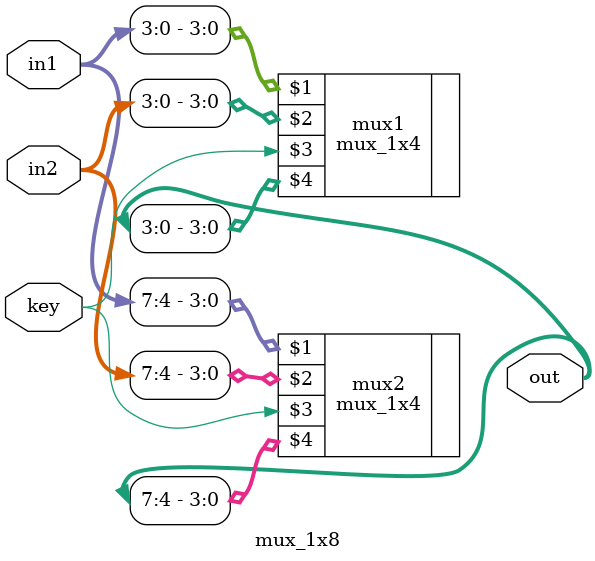
<source format=v>

`ifndef MULTIPLEXER_1X8
`define MULTIPLEXER_1X8

`include "mux_1x4.v"

module mux_1x8 (input [7:0] in1, input [7:0] in2, input key, output [7:0] out);

    mux_1x4 mux1(in1[3:0], in2[3:0], key, out[3:0]);
	mux_1x4 mux2(in1[7:4], in2[7:4], key, out[7:4]);

endmodule

`endif
</source>
